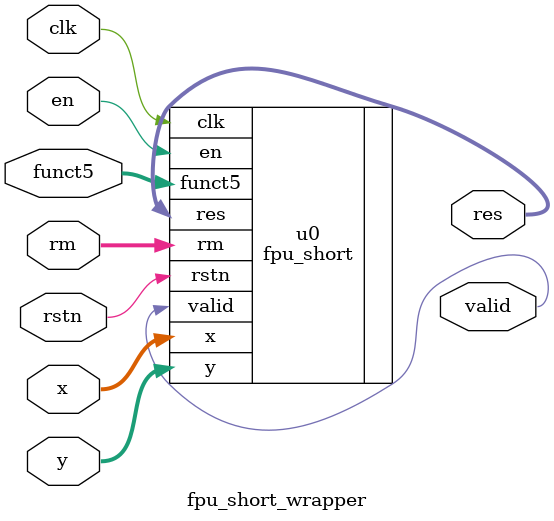
<source format=v>
`default_nettype none

module fpu_short_wrapper
    (
        input wire clk,
        input wire rstn,
        input wire en,
        input wire [31:0] x,
        input wire [31:0] y,
        input wire [4:0] funct5,
        input wire [2:0] rm,
        output wire [31:0] res,
        output wire valid
    );

    fpu_short u0(
        .clk(clk),
        .rstn(rstn),
        .en(en),
        .x(x),
        .y(y),
        .funct5(funct5),
        .rm(rm),
        .res(res),
        .valid(valid)
    );

endmodule

`default_nettype wire
</source>
